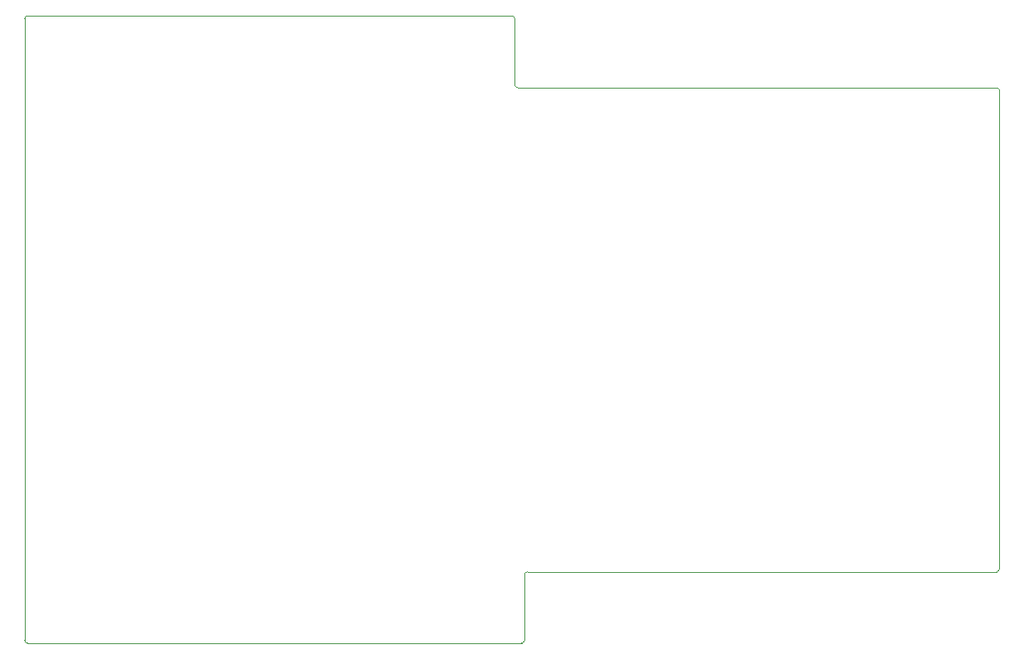
<source format=gbr>
%TF.GenerationSoftware,KiCad,Pcbnew,8.0.2*%
%TF.CreationDate,2024-07-28T21:03:14+03:00*%
%TF.ProjectId,hiro_samurai,6869726f-5f73-4616-9d75-7261692e6b69,rev?*%
%TF.SameCoordinates,Original*%
%TF.FileFunction,Profile,NP*%
%FSLAX46Y46*%
G04 Gerber Fmt 4.6, Leading zero omitted, Abs format (unit mm)*
G04 Created by KiCad (PCBNEW 8.0.2) date 2024-07-28 21:03:14*
%MOMM*%
%LPD*%
G01*
G04 APERTURE LIST*
%TA.AperFunction,Profile*%
%ADD10C,0.050000*%
%TD*%
G04 APERTURE END LIST*
D10*
X49788117Y64873202D02*
G75*
G02*
X50099903Y64570950I4783J-307002D01*
G01*
X99341700Y57505000D02*
G75*
G02*
X99641700Y57205000I0J-300000D01*
G01*
X51101700Y7705000D02*
X51101700Y1012132D01*
X312130Y64873202D02*
X49788117Y64873202D01*
X99641700Y8305000D02*
G75*
G02*
X99341700Y8005000I-300000J0D01*
G01*
X11132Y1012143D02*
X12130Y64572879D01*
X50401700Y57505000D02*
G75*
G02*
X50101700Y57805000I0J300000D01*
G01*
X99341700Y8005000D02*
X51401700Y8005000D01*
X12130Y64572879D02*
G75*
G02*
X312130Y64872970I300070J21D01*
G01*
X50401700Y57505000D02*
X99341700Y57505000D01*
X50100000Y64562868D02*
X50101700Y57805000D01*
X99641700Y57205000D02*
X99641700Y8305000D01*
X311132Y712143D02*
G75*
G02*
X11143Y1012143I-32J299957D01*
G01*
X51101700Y7705000D02*
G75*
G02*
X51401700Y8005000I300000J0D01*
G01*
X51101700Y1012132D02*
G75*
G02*
X50801700Y712100I-300000J-32D01*
G01*
X50801700Y712143D02*
X311132Y712143D01*
M02*

</source>
